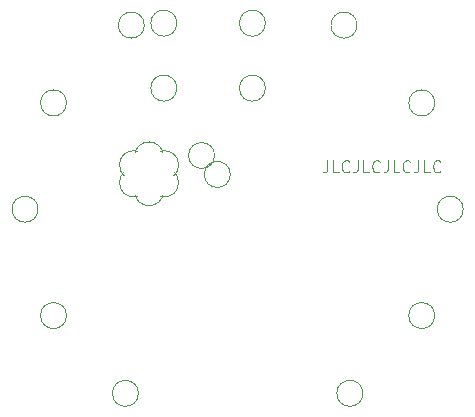
<source format=gto>
%TF.GenerationSoftware,KiCad,Pcbnew,8.0.7*%
%TF.CreationDate,2024-12-05T10:44:38-06:00*%
%TF.ProjectId,internal,696e7465-726e-4616-9c2e-6b696361645f,rev?*%
%TF.SameCoordinates,Original*%
%TF.FileFunction,Legend,Top*%
%TF.FilePolarity,Positive*%
%FSLAX46Y46*%
G04 Gerber Fmt 4.6, Leading zero omitted, Abs format (unit mm)*
G04 Created by KiCad (PCBNEW 8.0.7) date 2024-12-05 10:44:38*
%MOMM*%
%LPD*%
G01*
G04 APERTURE LIST*
%ADD10C,0.100000*%
%ADD11C,0.120000*%
%ADD12C,4.500000*%
%ADD13C,1.000000*%
%ADD14C,1.600000*%
%ADD15C,2.000000*%
G04 APERTURE END LIST*
D10*
X107589598Y-45872419D02*
X107589598Y-46586704D01*
X107589598Y-46586704D02*
X107541979Y-46729561D01*
X107541979Y-46729561D02*
X107446741Y-46824800D01*
X107446741Y-46824800D02*
X107303884Y-46872419D01*
X107303884Y-46872419D02*
X107208646Y-46872419D01*
X108541979Y-46872419D02*
X108065789Y-46872419D01*
X108065789Y-46872419D02*
X108065789Y-45872419D01*
X109446741Y-46777180D02*
X109399122Y-46824800D01*
X109399122Y-46824800D02*
X109256265Y-46872419D01*
X109256265Y-46872419D02*
X109161027Y-46872419D01*
X109161027Y-46872419D02*
X109018170Y-46824800D01*
X109018170Y-46824800D02*
X108922932Y-46729561D01*
X108922932Y-46729561D02*
X108875313Y-46634323D01*
X108875313Y-46634323D02*
X108827694Y-46443847D01*
X108827694Y-46443847D02*
X108827694Y-46300990D01*
X108827694Y-46300990D02*
X108875313Y-46110514D01*
X108875313Y-46110514D02*
X108922932Y-46015276D01*
X108922932Y-46015276D02*
X109018170Y-45920038D01*
X109018170Y-45920038D02*
X109161027Y-45872419D01*
X109161027Y-45872419D02*
X109256265Y-45872419D01*
X109256265Y-45872419D02*
X109399122Y-45920038D01*
X109399122Y-45920038D02*
X109446741Y-45967657D01*
X110161027Y-45872419D02*
X110161027Y-46586704D01*
X110161027Y-46586704D02*
X110113408Y-46729561D01*
X110113408Y-46729561D02*
X110018170Y-46824800D01*
X110018170Y-46824800D02*
X109875313Y-46872419D01*
X109875313Y-46872419D02*
X109780075Y-46872419D01*
X111113408Y-46872419D02*
X110637218Y-46872419D01*
X110637218Y-46872419D02*
X110637218Y-45872419D01*
X112018170Y-46777180D02*
X111970551Y-46824800D01*
X111970551Y-46824800D02*
X111827694Y-46872419D01*
X111827694Y-46872419D02*
X111732456Y-46872419D01*
X111732456Y-46872419D02*
X111589599Y-46824800D01*
X111589599Y-46824800D02*
X111494361Y-46729561D01*
X111494361Y-46729561D02*
X111446742Y-46634323D01*
X111446742Y-46634323D02*
X111399123Y-46443847D01*
X111399123Y-46443847D02*
X111399123Y-46300990D01*
X111399123Y-46300990D02*
X111446742Y-46110514D01*
X111446742Y-46110514D02*
X111494361Y-46015276D01*
X111494361Y-46015276D02*
X111589599Y-45920038D01*
X111589599Y-45920038D02*
X111732456Y-45872419D01*
X111732456Y-45872419D02*
X111827694Y-45872419D01*
X111827694Y-45872419D02*
X111970551Y-45920038D01*
X111970551Y-45920038D02*
X112018170Y-45967657D01*
X112732456Y-45872419D02*
X112732456Y-46586704D01*
X112732456Y-46586704D02*
X112684837Y-46729561D01*
X112684837Y-46729561D02*
X112589599Y-46824800D01*
X112589599Y-46824800D02*
X112446742Y-46872419D01*
X112446742Y-46872419D02*
X112351504Y-46872419D01*
X113684837Y-46872419D02*
X113208647Y-46872419D01*
X113208647Y-46872419D02*
X113208647Y-45872419D01*
X114589599Y-46777180D02*
X114541980Y-46824800D01*
X114541980Y-46824800D02*
X114399123Y-46872419D01*
X114399123Y-46872419D02*
X114303885Y-46872419D01*
X114303885Y-46872419D02*
X114161028Y-46824800D01*
X114161028Y-46824800D02*
X114065790Y-46729561D01*
X114065790Y-46729561D02*
X114018171Y-46634323D01*
X114018171Y-46634323D02*
X113970552Y-46443847D01*
X113970552Y-46443847D02*
X113970552Y-46300990D01*
X113970552Y-46300990D02*
X114018171Y-46110514D01*
X114018171Y-46110514D02*
X114065790Y-46015276D01*
X114065790Y-46015276D02*
X114161028Y-45920038D01*
X114161028Y-45920038D02*
X114303885Y-45872419D01*
X114303885Y-45872419D02*
X114399123Y-45872419D01*
X114399123Y-45872419D02*
X114541980Y-45920038D01*
X114541980Y-45920038D02*
X114589599Y-45967657D01*
X115303885Y-45872419D02*
X115303885Y-46586704D01*
X115303885Y-46586704D02*
X115256266Y-46729561D01*
X115256266Y-46729561D02*
X115161028Y-46824800D01*
X115161028Y-46824800D02*
X115018171Y-46872419D01*
X115018171Y-46872419D02*
X114922933Y-46872419D01*
X116256266Y-46872419D02*
X115780076Y-46872419D01*
X115780076Y-46872419D02*
X115780076Y-45872419D01*
X117161028Y-46777180D02*
X117113409Y-46824800D01*
X117113409Y-46824800D02*
X116970552Y-46872419D01*
X116970552Y-46872419D02*
X116875314Y-46872419D01*
X116875314Y-46872419D02*
X116732457Y-46824800D01*
X116732457Y-46824800D02*
X116637219Y-46729561D01*
X116637219Y-46729561D02*
X116589600Y-46634323D01*
X116589600Y-46634323D02*
X116541981Y-46443847D01*
X116541981Y-46443847D02*
X116541981Y-46300990D01*
X116541981Y-46300990D02*
X116589600Y-46110514D01*
X116589600Y-46110514D02*
X116637219Y-46015276D01*
X116637219Y-46015276D02*
X116732457Y-45920038D01*
X116732457Y-45920038D02*
X116875314Y-45872419D01*
X116875314Y-45872419D02*
X116970552Y-45872419D01*
X116970552Y-45872419D02*
X117113409Y-45920038D01*
X117113409Y-45920038D02*
X117161028Y-45967657D01*
D11*
%TO.C,T1*%
X101100000Y-44000000D02*
G75*
G02*
X98900000Y-44000000I-1100000J0D01*
G01*
X98900000Y-44000000D02*
G75*
G02*
X101100000Y-44000000I1100000J0D01*
G01*
%TO.C,T21*%
X94850000Y-34250000D02*
G75*
G02*
X92650000Y-34250000I-1100000J0D01*
G01*
X92650000Y-34250000D02*
G75*
G02*
X94850000Y-34250000I1100000J0D01*
G01*
%TO.C,T18*%
X91600000Y-65588457D02*
G75*
G02*
X89400000Y-65588457I-1100000J0D01*
G01*
X89400000Y-65588457D02*
G75*
G02*
X91600000Y-65588457I1100000J0D01*
G01*
%TO.C,T16*%
X110600000Y-65588457D02*
G75*
G02*
X108400000Y-65588457I-1100000J0D01*
G01*
X108400000Y-65588457D02*
G75*
G02*
X110600000Y-65588457I1100000J0D01*
G01*
%TO.C,T20*%
X83100000Y-50000000D02*
G75*
G02*
X80900000Y-50000000I-1100000J0D01*
G01*
X80900000Y-50000000D02*
G75*
G02*
X83100000Y-50000000I1100000J0D01*
G01*
%TO.C,T51*%
X93700000Y-45500000D02*
G75*
G02*
X91300000Y-45500000I-1200000J0D01*
G01*
X91300000Y-45500000D02*
G75*
G02*
X93700000Y-45500000I1200000J0D01*
G01*
%TO.C,T19*%
X85511542Y-59000000D02*
G75*
G02*
X83311542Y-59000000I-1100000J0D01*
G01*
X83311542Y-59000000D02*
G75*
G02*
X85511542Y-59000000I1100000J0D01*
G01*
%TO.C,T53*%
X94999038Y-47750000D02*
G75*
G02*
X92599038Y-47750000I-1200000J0D01*
G01*
X92599038Y-47750000D02*
G75*
G02*
X94999038Y-47750000I1200000J0D01*
G01*
%TO.C,T21*%
X98050000Y-45450000D02*
G75*
G02*
X95850000Y-45450000I-1100000J0D01*
G01*
X95850000Y-45450000D02*
G75*
G02*
X98050000Y-45450000I1100000J0D01*
G01*
X85511542Y-41000000D02*
G75*
G02*
X83311542Y-41000000I-1100000J0D01*
G01*
X83311542Y-41000000D02*
G75*
G02*
X85511542Y-41000000I1100000J0D01*
G01*
%TO.C,T54*%
X93700000Y-48500000D02*
G75*
G02*
X91300000Y-48500000I-1200000J0D01*
G01*
X91300000Y-48500000D02*
G75*
G02*
X93700000Y-48500000I1200000J0D01*
G01*
%TO.C,T21*%
X102350000Y-39750000D02*
G75*
G02*
X100150000Y-39750000I-1100000J0D01*
G01*
X100150000Y-39750000D02*
G75*
G02*
X102350000Y-39750000I1100000J0D01*
G01*
%TO.C,T52*%
X94999038Y-46250000D02*
G75*
G02*
X92599038Y-46250000I-1200000J0D01*
G01*
X92599038Y-46250000D02*
G75*
G02*
X94999038Y-46250000I1200000J0D01*
G01*
%TO.C,T13*%
X116688457Y-41000000D02*
G75*
G02*
X114488457Y-41000000I-1100000J0D01*
G01*
X114488457Y-41000000D02*
G75*
G02*
X116688457Y-41000000I1100000J0D01*
G01*
%TO.C,T22*%
X92100000Y-34411542D02*
G75*
G02*
X89900000Y-34411542I-1100000J0D01*
G01*
X89900000Y-34411542D02*
G75*
G02*
X92100000Y-34411542I1100000J0D01*
G01*
%TO.C,T56*%
X92400961Y-46250000D02*
G75*
G02*
X90000961Y-46250000I-1200000J0D01*
G01*
X90000961Y-46250000D02*
G75*
G02*
X92400961Y-46250000I1200000J0D01*
G01*
%TO.C,T21*%
X94850000Y-39750000D02*
G75*
G02*
X92650000Y-39750000I-1100000J0D01*
G01*
X92650000Y-39750000D02*
G75*
G02*
X94850000Y-39750000I1100000J0D01*
G01*
%TO.C,T14*%
X119100000Y-50000000D02*
G75*
G02*
X116900000Y-50000000I-1100000J0D01*
G01*
X116900000Y-50000000D02*
G75*
G02*
X119100000Y-50000000I1100000J0D01*
G01*
%TO.C,T15*%
X116688457Y-59000000D02*
G75*
G02*
X114488457Y-59000000I-1100000J0D01*
G01*
X114488457Y-59000000D02*
G75*
G02*
X116688457Y-59000000I1100000J0D01*
G01*
%TO.C,T51*%
X93700000Y-47000000D02*
G75*
G02*
X91300000Y-47000000I-1200000J0D01*
G01*
X91300000Y-47000000D02*
G75*
G02*
X93700000Y-47000000I1200000J0D01*
G01*
%TO.C,T12*%
X110100000Y-34411542D02*
G75*
G02*
X107900000Y-34411542I-1100000J0D01*
G01*
X107900000Y-34411542D02*
G75*
G02*
X110100000Y-34411542I1100000J0D01*
G01*
%TO.C,T21*%
X102350000Y-34250000D02*
G75*
G02*
X100150000Y-34250000I-1100000J0D01*
G01*
X100150000Y-34250000D02*
G75*
G02*
X102350000Y-34250000I1100000J0D01*
G01*
X99375000Y-47050000D02*
G75*
G02*
X97175000Y-47050000I-1100000J0D01*
G01*
X97175000Y-47050000D02*
G75*
G02*
X99375000Y-47050000I1100000J0D01*
G01*
%TO.C,T55*%
X92400961Y-47750000D02*
G75*
G02*
X90000961Y-47750000I-1200000J0D01*
G01*
X90000961Y-47750000D02*
G75*
G02*
X92400961Y-47750000I1200000J0D01*
G01*
%TD*%
%LPC*%
D12*
%TO.C,T1*%
X100000000Y-44000000D03*
%TD*%
D13*
%TO.C,T21*%
X93750000Y-34250000D03*
%TD*%
D14*
%TO.C,T18*%
X90500000Y-65588457D03*
%TD*%
%TO.C,T16*%
X109500000Y-65588457D03*
%TD*%
%TO.C,T20*%
X82000000Y-50000000D03*
%TD*%
D15*
%TO.C,T51*%
X92500000Y-45500000D03*
%TD*%
D14*
%TO.C,T19*%
X84411542Y-59000000D03*
%TD*%
D15*
%TO.C,T53*%
X93799038Y-47750000D03*
%TD*%
D13*
%TO.C,T21*%
X96950000Y-45450000D03*
%TD*%
D14*
%TO.C,T21*%
X84411542Y-41000000D03*
%TD*%
D15*
%TO.C,T54*%
X92500000Y-48500000D03*
%TD*%
D13*
%TO.C,T21*%
X101250000Y-39750000D03*
%TD*%
D15*
%TO.C,T52*%
X93799038Y-46250000D03*
%TD*%
D14*
%TO.C,T13*%
X115588457Y-41000000D03*
%TD*%
%TO.C,T22*%
X91000000Y-34411542D03*
%TD*%
D15*
%TO.C,T56*%
X91200961Y-46250000D03*
%TD*%
D13*
%TO.C,T21*%
X93750000Y-39750000D03*
%TD*%
D14*
%TO.C,T14*%
X118000000Y-50000000D03*
%TD*%
%TO.C,T15*%
X115588457Y-59000000D03*
%TD*%
D15*
%TO.C,T51*%
X92500000Y-47000000D03*
%TD*%
D14*
%TO.C,T12*%
X109000000Y-34411542D03*
%TD*%
D13*
%TO.C,T21*%
X101250000Y-34250000D03*
%TD*%
%TO.C,T21*%
X98275000Y-47050000D03*
%TD*%
D15*
%TO.C,T55*%
X91200961Y-47750000D03*
%TD*%
%LPD*%
M02*

</source>
